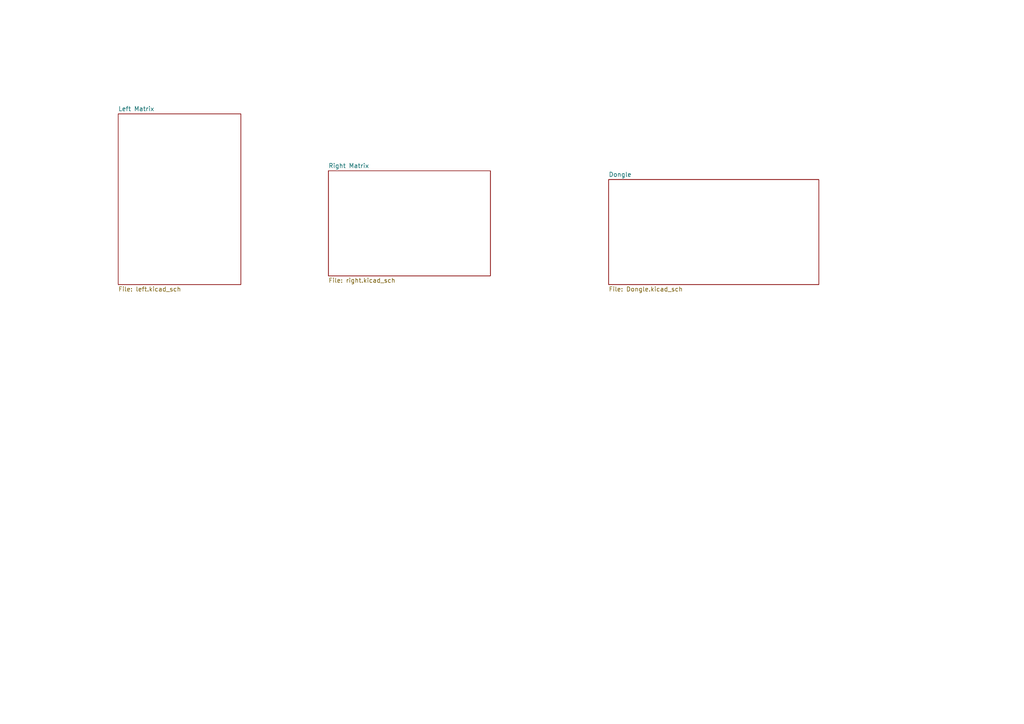
<source format=kicad_sch>
(kicad_sch (version 20230121) (generator eeschema)
  (paper "A4")
  (title_block (title "Lotus 46 unWired") (date "2023-08-20") (rev "v1.00") (company "Markus Knutsson <markus.knutsson@tweety.se>") (comment 1 "https://github.com/TweetyDaBird") (comment 2 "Licensed under Creative Commons BY-SA 4.0 International "))
  (lib_symbols)
  (sheet (at 95.25 49.53) (size 46.99 30.48) (stroke (width 0.1524))
    (property "Sheetname" "Right Matrix" (at 95.25 48.8184 0) (effects (justify left bottom)))
    (property "Sheetfile" "right.kicad_sch" (at 95.25 80.5946 0) (effects (justify left top)))
  )
  (sheet (at 34.29 33.02) (size 35.56 49.53) (stroke (width 0.1524))
    (property "Sheetname" "Left Matrix" (at 34.29 32.3084 0) (effects (justify left bottom)))
    (property "Sheetfile" "left.kicad_sch" (at 34.29 83.1346 0) (effects (justify left top)))
  )
  (sheet (at 176.53 52.07) (size 60.96 30.48) (stroke (width 0.1524))
    (property "Sheetname" "Dongle" (at 176.53 51.3584 0) (effects (justify left bottom)))
    (property "Sheetfile" "Dongle.kicad_sch" (at 176.53 83.1346 0) (effects (justify left top)))
  )
)
</source>
